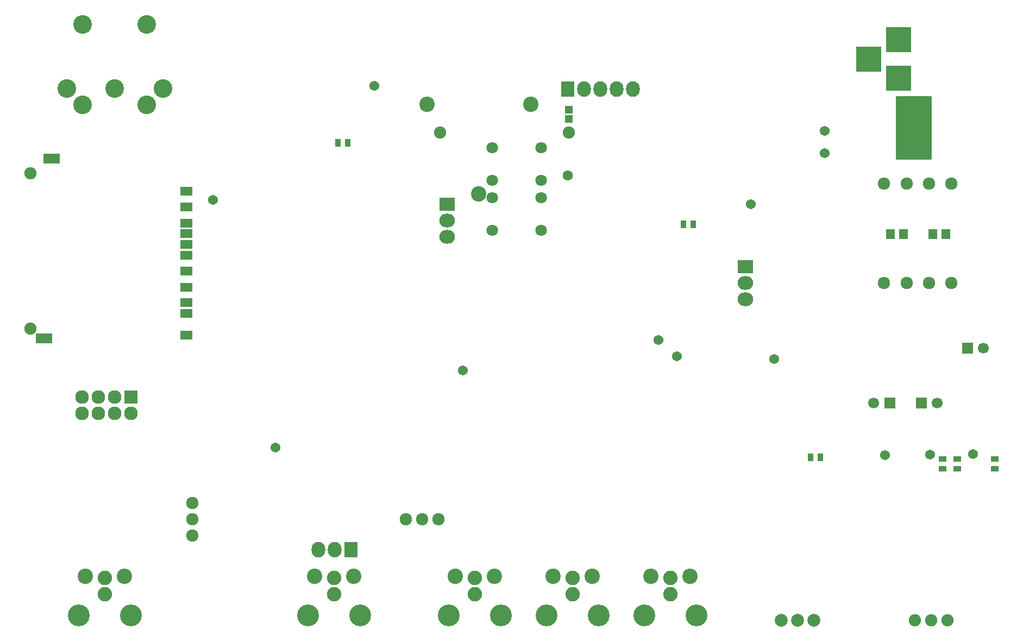
<source format=gbr>
G04 #@! TF.FileFunction,Soldermask,Bot*
%FSLAX45Y45*%
G04 Gerber Fmt 4.5, Leading zero omitted, Abs format (unit mm)*
G04 Created by KiCad (PCBNEW 4.0.0-stable) date 12/22/2015 12:01:39 PM*
%MOMM*%
G01*
G04 APERTURE LIST*
%ADD10C,0.100000*%
%ADD11C,2.899360*%
%ADD12C,1.900000*%
%ADD13C,2.400000*%
%ADD14R,1.400000X1.650000*%
%ADD15C,1.700000*%
%ADD16R,1.700000X1.700000*%
%ADD17R,1.900000X1.400000*%
%ADD18R,2.600000X1.600000*%
%ADD19R,3.900120X3.900120*%
%ADD20R,2.127200X2.432000*%
%ADD21O,2.127200X2.432000*%
%ADD22R,2.432000X2.127200*%
%ADD23O,2.432000X2.127200*%
%ADD24R,2.127200X2.127200*%
%ADD25O,2.127200X2.127200*%
%ADD26C,1.797000*%
%ADD27C,1.924000*%
%ADD28R,1.150000X1.200000*%
%ADD29C,3.400000*%
%ADD30C,2.250000*%
%ADD31C,1.600000*%
%ADD32C,1.543000*%
%ADD33C,2.000000*%
%ADD34C,1.901140*%
%ADD35R,0.900000X1.300000*%
%ADD36R,1.300000X0.900000*%
%ADD37C,0.254000*%
G04 APERTURE END LIST*
D10*
D11*
X3645408Y-6370320D03*
X2395982Y-6620510D03*
X2895600Y-6370574D03*
X2145792Y-6370320D03*
X3395218Y-6620510D03*
X2395474Y-5370830D03*
X3395726Y-5370830D03*
D12*
X9969500Y-7048500D03*
X7969500Y-7048500D03*
D13*
X8569500Y-8008500D03*
X9379500Y-6608500D03*
X7759500Y-6608500D03*
D14*
X15848000Y-8636000D03*
X15648000Y-8636000D03*
X15187600Y-8636000D03*
X14987600Y-8636000D03*
D15*
X14725650Y-11264900D03*
D16*
X14975650Y-11264900D03*
D15*
X16436150Y-10414000D03*
D16*
X16186150Y-10414000D03*
D15*
X15716250Y-11264900D03*
D16*
X15466250Y-11264900D03*
D17*
X4013200Y-8212900D03*
X4013200Y-8462900D03*
X4013200Y-8792900D03*
X4013200Y-8962900D03*
X4013200Y-9212900D03*
X4013200Y-9462900D03*
X4013200Y-9705400D03*
X4013200Y-9875400D03*
X4013200Y-7962900D03*
X4013200Y-8627900D03*
X4013200Y-10210400D03*
D18*
X1913200Y-7460400D03*
X1793200Y-10260400D03*
D12*
X1583200Y-7690400D03*
X1583200Y-10110400D03*
D19*
X15113000Y-6208014D03*
X15113000Y-5608066D03*
X14643100Y-5908040D03*
D20*
X9956800Y-6375400D03*
D21*
X10210800Y-6375400D03*
X10464800Y-6375400D03*
X10718800Y-6375400D03*
X10972800Y-6375400D03*
D22*
X12723033Y-9142550D03*
D23*
X12723033Y-9396550D03*
X12723033Y-9650550D03*
D22*
X8077200Y-8166100D03*
D23*
X8077200Y-8420100D03*
X8077200Y-8674100D03*
D24*
X3149403Y-11172446D03*
D25*
X3149403Y-11426446D03*
X2895403Y-11172446D03*
X2895403Y-11426446D03*
X2641403Y-11172446D03*
X2641403Y-11426446D03*
X2387403Y-11172446D03*
X2387403Y-11426446D03*
D26*
X8775700Y-8572500D03*
X8775700Y-8064500D03*
X9537700Y-8572500D03*
X9537700Y-8064500D03*
X9537700Y-7289800D03*
X9537700Y-7797800D03*
X8775700Y-7289800D03*
X8775700Y-7797800D03*
D27*
X4102100Y-13081000D03*
X4102100Y-13335000D03*
X4102100Y-12827000D03*
X7683500Y-13081000D03*
X7937500Y-13081000D03*
X7429500Y-13081000D03*
D28*
X9969500Y-6844100D03*
X9969500Y-6694100D03*
D29*
X3149600Y-14579600D03*
X2336800Y-14579600D03*
D13*
X3048000Y-13970000D03*
X2438400Y-13970000D03*
D30*
X2743200Y-13995400D03*
X2743200Y-14249400D03*
D29*
X6718300Y-14579600D03*
X5905500Y-14579600D03*
D13*
X6616700Y-13970000D03*
X6007100Y-13970000D03*
D30*
X6311900Y-13995400D03*
X6311900Y-14249400D03*
D29*
X11963400Y-14579600D03*
X11150600Y-14579600D03*
D13*
X11861800Y-13970000D03*
X11252200Y-13970000D03*
D30*
X11557000Y-13995400D03*
X11557000Y-14249400D03*
D29*
X8915400Y-14579600D03*
X8102600Y-14579600D03*
D13*
X8813800Y-13970000D03*
X8204200Y-13970000D03*
D30*
X8509000Y-13995400D03*
X8509000Y-14249400D03*
D29*
X10439400Y-14579600D03*
X9626600Y-14579600D03*
D13*
X10337800Y-13970000D03*
X9728200Y-13970000D03*
D30*
X10033000Y-13995400D03*
X10033000Y-14249400D03*
D20*
X6578600Y-13550900D03*
D21*
X6324600Y-13550900D03*
X6070600Y-13550900D03*
D27*
X15586450Y-9398300D03*
X15236450Y-9398300D03*
X14886450Y-9398300D03*
X15936450Y-9398300D03*
X15586450Y-7848300D03*
X15236450Y-7848300D03*
X14886450Y-7848300D03*
X15936450Y-7848300D03*
D31*
X9956800Y-7721600D03*
D32*
X16268700Y-12065000D03*
X13963650Y-7023100D03*
X13963650Y-7372350D03*
X15601950Y-12071350D03*
X14897100Y-12084050D03*
X12807950Y-8166100D03*
X11372850Y-10287000D03*
X5403850Y-11963400D03*
X8318500Y-10756900D03*
X13169900Y-10579100D03*
X6940550Y-6324600D03*
X4425950Y-8102600D03*
D33*
X13538200Y-14655800D03*
X13792200Y-14655800D03*
X13284200Y-14655800D03*
D34*
X15621000Y-14655800D03*
X15875000Y-14655800D03*
X15367000Y-14655800D03*
D35*
X6376600Y-7213600D03*
X6526600Y-7213600D03*
X11761400Y-8483600D03*
X11911400Y-8483600D03*
D36*
X15798800Y-12142400D03*
X15798800Y-12292400D03*
D35*
X13892600Y-12115800D03*
X13742600Y-12115800D03*
D36*
X16611600Y-12292400D03*
X16611600Y-12142400D03*
D32*
X11658600Y-10541000D03*
D36*
X16027400Y-12292400D03*
X16027400Y-12142400D03*
D37*
G36*
X15608300Y-7454900D02*
X15074900Y-7454900D01*
X15074900Y-6489700D01*
X15608300Y-6489700D01*
X15608300Y-7454900D01*
X15608300Y-7454900D01*
G37*
X15608300Y-7454900D02*
X15074900Y-7454900D01*
X15074900Y-6489700D01*
X15608300Y-6489700D01*
X15608300Y-7454900D01*
M02*

</source>
